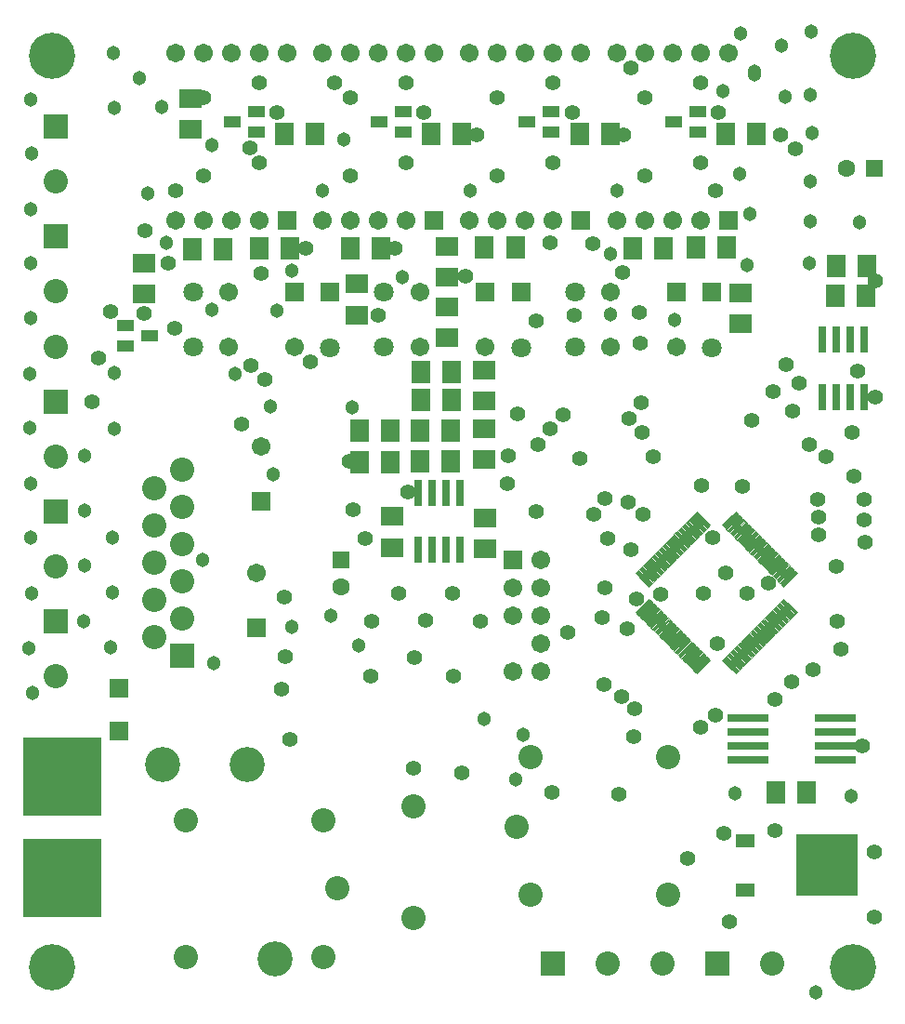
<source format=gts>
%FSLAX43Y43*%
%MOMM*%
G71*
G01*
G75*
%ADD10C,0.300*%
%ADD11C,0.075*%
%ADD12R,0.600X2.200*%
%ADD13R,0.600X2.200*%
%ADD14R,1.800X1.600*%
%ADD15R,1.600X1.800*%
%ADD16R,1.300X0.850*%
%ADD17R,3.500X0.600*%
%ADD18R,1.600X1.000*%
%ADD19R,5.400X5.500*%
%ADD20C,0.254*%
%ADD21C,0.250*%
%ADD22C,0.400*%
%ADD23C,0.500*%
%ADD24C,2.000*%
%ADD25C,1.000*%
%ADD26C,0.600*%
%ADD27C,0.700*%
%ADD28C,1.500*%
%ADD29C,4.000*%
%ADD30C,0.800*%
%ADD31C,2.000*%
%ADD32R,2.000X2.000*%
%ADD33C,1.500*%
%ADD34R,1.500X1.500*%
%ADD35R,1.600X1.600*%
%ADD36C,1.600*%
%ADD37C,4.000*%
%ADD38R,7.000X7.000*%
%ADD39C,3.000*%
%ADD40C,1.500*%
%ADD41C,1.400*%
%ADD42R,1.400X1.400*%
%ADD43C,1.100*%
%ADD44C,1.200*%
%ADD45R,5.500X7.100*%
%ADD46R,1.000X1.600*%
%ADD47R,1.600X1.800*%
%ADD48R,0.850X1.300*%
%ADD49R,2.300X2.300*%
%ADD50R,0.803X2.403*%
%ADD51R,0.803X2.403*%
%ADD52R,2.003X1.803*%
%ADD53R,1.803X2.003*%
%ADD54R,1.503X1.053*%
%ADD55R,3.703X0.803*%
%ADD56R,1.803X1.203*%
%ADD57R,5.603X5.703*%
%ADD58C,2.203*%
%ADD59R,2.203X2.203*%
%ADD60C,1.703*%
%ADD61R,1.703X1.703*%
%ADD62R,1.803X1.803*%
%ADD63C,1.803*%
%ADD64C,4.203*%
%ADD65R,7.203X7.203*%
%ADD66C,3.203*%
%ADD67C,1.703*%
%ADD68C,1.603*%
%ADD69R,1.603X1.603*%
%ADD70C,1.303*%
%ADD71C,1.403*%
D11*
X66471Y44265D02*
X66773Y43962D01*
X65551Y42740D01*
X65249Y43043D01*
X66471Y44265D01*
Y44177D02*
X66685Y43962D01*
X65551Y42828D01*
X65337Y43043D01*
X66471Y44177D01*
Y44088D02*
X66597Y43962D01*
X65551Y42917D01*
X65425Y43043D01*
X66471Y44088D01*
Y44000D02*
X66508Y43962D01*
X65551Y43005D01*
X65514Y43043D01*
X66471Y44000D01*
X66436Y43946D02*
X65586Y43059D01*
X66824Y43911D02*
X67127Y43609D01*
X65905Y42387D01*
X65602Y42689D01*
X66824Y43911D01*
Y43823D02*
X67039Y43609D01*
X65905Y42475D01*
X65690Y42689D01*
X66824Y43823D01*
Y43735D02*
X66950Y43609D01*
X65905Y42563D01*
X65779Y42689D01*
X66824Y43735D01*
Y43646D02*
X66862Y43609D01*
X65905Y42652D01*
X65867Y42689D01*
X66824Y43646D01*
X66790Y43592D02*
X65939Y42706D01*
X67531Y43204D02*
X67834Y42901D01*
X66612Y41679D01*
X66309Y41982D01*
X67531Y43204D01*
Y43116D02*
X67746Y42901D01*
X66612Y41768D01*
X66398Y41982D01*
X67531Y43116D01*
Y43027D02*
X67657Y42901D01*
X66612Y41856D01*
X66486Y41982D01*
X67531Y43027D01*
Y42939D02*
X67569Y42901D01*
X66612Y41945D01*
X66574Y41982D01*
X67531Y42939D01*
X67497Y42885D02*
X66646Y41999D01*
X62389Y42689D02*
X62087Y42387D01*
X60865Y43609D01*
X61167Y43911D01*
X62389Y42689D01*
X62301D02*
X62087Y42475D01*
X60953Y43609D01*
X61167Y43823D01*
X62301Y42689D01*
X62213D02*
X62087Y42563D01*
X61041Y43609D01*
X61167Y43735D01*
X62213Y42689D01*
X62124D02*
X62087Y42652D01*
X61130Y43609D01*
X61167Y43646D01*
X62124Y42689D01*
X62070Y42724D02*
X61184Y43574D01*
X62743Y43043D02*
X62440Y42740D01*
X61218Y43962D01*
X61521Y44265D01*
X62743Y43043D01*
X62655D02*
X62440Y42829D01*
X61306Y43962D01*
X61521Y44177D01*
X62655Y43043D01*
X62566D02*
X62440Y42917D01*
X61395Y43962D01*
X61521Y44088D01*
X62566Y43043D01*
X62478D02*
X62440Y43005D01*
X61483Y43962D01*
X61521Y44000D01*
X62478Y43043D01*
X62424Y43077D02*
X61537Y43928D01*
X63096Y43396D02*
X62794Y43094D01*
X61572Y44316D01*
X61874Y44618D01*
X63096Y43396D01*
X63008D02*
X62794Y43182D01*
X61660Y44316D01*
X61874Y44530D01*
X63008Y43396D01*
X62920D02*
X62794Y43270D01*
X61748Y44316D01*
X61874Y44442D01*
X62920Y43396D01*
X62831D02*
X62794Y43359D01*
X61837Y44316D01*
X61874Y44353D01*
X62831Y43396D01*
X62777Y43431D02*
X61891Y44281D01*
X70006Y40729D02*
X70309Y40427D01*
X69087Y39205D01*
X68784Y39507D01*
X70006Y40729D01*
Y40641D02*
X70221Y40427D01*
X69087Y39293D01*
X68872Y39507D01*
X70006Y40641D01*
Y40553D02*
X70132Y40427D01*
X69087Y39381D01*
X68961Y39507D01*
X70006Y40553D01*
Y40464D02*
X70044Y40427D01*
X69087Y39470D01*
X69049Y39507D01*
X70006Y40464D01*
X69972Y40410D02*
X69121Y39524D01*
X70662Y35123D02*
X70360Y34820D01*
X69138Y36043D01*
X69440Y36345D01*
X70662Y35123D01*
X70574D02*
X70360Y34909D01*
X69226Y36043D01*
X69440Y36257D01*
X70574Y35123D01*
X70486D02*
X70360Y34997D01*
X69314Y36043D01*
X69440Y36169D01*
X70486Y35123D01*
X70397D02*
X70360Y35086D01*
X69403Y36043D01*
X69440Y36080D01*
X70397Y35123D01*
X70343Y35158D02*
X69457Y36008D01*
X71370Y35830D02*
X71067Y35528D01*
X69845Y36750D01*
X70148Y37052D01*
X71370Y35830D01*
X71281D02*
X71067Y35616D01*
X69933Y36750D01*
X70148Y36964D01*
X71281Y35830D01*
X71193D02*
X71067Y35704D01*
X70021Y36750D01*
X70148Y36876D01*
X71193Y35830D01*
X71104D02*
X71067Y35793D01*
X70110Y36750D01*
X70148Y36787D01*
X71104Y35830D01*
X71050Y35865D02*
X70164Y36715D01*
X71067Y39669D02*
X71370Y39366D01*
X70148Y38144D01*
X69845Y38447D01*
X71067Y39669D01*
Y39580D02*
X71281Y39366D01*
X70148Y38232D01*
X69933Y38447D01*
X71067Y39580D01*
Y39492D02*
X71193Y39366D01*
X70148Y38321D01*
X70022Y38447D01*
X71067Y39492D01*
Y39404D02*
X71104Y39366D01*
X70148Y38409D01*
X70110Y38447D01*
X71067Y39404D01*
X71032Y39350D02*
X70182Y38463D01*
X58551Y36345D02*
X58854Y36043D01*
X57632Y34820D01*
X57329Y35123D01*
X58551Y36345D01*
Y36257D02*
X58765Y36043D01*
X57632Y34909D01*
X57417Y35123D01*
X58551Y36257D01*
Y36169D02*
X58677Y36043D01*
X57632Y34997D01*
X57506Y35123D01*
X58551Y36169D01*
Y36080D02*
X58589Y36043D01*
X57632Y35086D01*
X57594Y35123D01*
X58551Y36080D01*
X58517Y36026D02*
X57666Y35140D01*
X58905Y35992D02*
X59207Y35689D01*
X57985Y34467D01*
X57683Y34770D01*
X58905Y35992D01*
Y35903D02*
X59119Y35689D01*
X57985Y34555D01*
X57771Y34770D01*
X58905Y35903D01*
Y35815D02*
X59031Y35689D01*
X57985Y34644D01*
X57859Y34770D01*
X58905Y35815D01*
Y35727D02*
X58942Y35689D01*
X57985Y34732D01*
X57948Y34770D01*
X58905Y35727D01*
X58870Y35673D02*
X58020Y34786D01*
X59258Y35638D02*
X59561Y35335D01*
X58339Y34113D01*
X58036Y34416D01*
X59258Y35638D01*
Y35550D02*
X59473Y35335D01*
X58339Y34202D01*
X58124Y34416D01*
X59258Y35550D01*
Y35461D02*
X59384Y35335D01*
X58339Y34290D01*
X58213Y34416D01*
X59258Y35461D01*
Y35373D02*
X59296Y35335D01*
X58339Y34379D01*
X58301Y34416D01*
X59258Y35373D01*
X59224Y35319D02*
X58373Y34433D01*
X59612Y35285D02*
X59914Y34982D01*
X58692Y33760D01*
X58390Y34063D01*
X59612Y35285D01*
Y35196D02*
X59826Y34982D01*
X58692Y33848D01*
X58478Y34063D01*
X59612Y35196D01*
Y35108D02*
X59738Y34982D01*
X58692Y33937D01*
X58566Y34063D01*
X59612Y35108D01*
Y35019D02*
X59649Y34982D01*
X58692Y34025D01*
X58655Y34063D01*
X59612Y35019D01*
X59577Y34965D02*
X58727Y34079D01*
X60672Y34224D02*
X60975Y33921D01*
X59753Y32699D01*
X59450Y33002D01*
X60672Y34224D01*
Y34136D02*
X60887Y33921D01*
X59753Y32788D01*
X59539Y33002D01*
X60672Y34136D01*
Y34047D02*
X60798Y33921D01*
X59753Y32876D01*
X59627Y33002D01*
X60672Y34047D01*
Y33959D02*
X60710Y33921D01*
X59753Y32964D01*
X59715Y33002D01*
X60672Y33959D01*
X60638Y33905D02*
X59787Y33018D01*
X61026Y33870D02*
X61329Y33568D01*
X60107Y32346D01*
X59804Y32648D01*
X61026Y33870D01*
Y33782D02*
X61240Y33568D01*
X60107Y32434D01*
X59892Y32648D01*
X61026Y33782D01*
Y33694D02*
X61152Y33568D01*
X60107Y32522D01*
X59981Y32648D01*
X61026Y33694D01*
Y33605D02*
X61063Y33568D01*
X60107Y32611D01*
X60069Y32648D01*
X61026Y33605D01*
X60992Y33551D02*
X60141Y32665D01*
X61379Y33517D02*
X61682Y33214D01*
X60460Y31992D01*
X60157Y32295D01*
X61379Y33517D01*
Y33428D02*
X61594Y33214D01*
X60460Y32080D01*
X60246Y32295D01*
X61379Y33428D01*
Y33340D02*
X61505Y33214D01*
X60460Y32169D01*
X60334Y32295D01*
X61379Y33340D01*
Y33252D02*
X61417Y33214D01*
X60460Y32257D01*
X60423Y32295D01*
X61379Y33252D01*
X61345Y33198D02*
X60495Y32311D01*
X61733Y33163D02*
X62036Y32861D01*
X60814Y31639D01*
X60511Y31941D01*
X61733Y33163D01*
Y33075D02*
X61947Y32861D01*
X60814Y31727D01*
X60599Y31941D01*
X61733Y33075D01*
Y32987D02*
X61859Y32861D01*
X60814Y31815D01*
X60688Y31941D01*
X61733Y32987D01*
Y32898D02*
X61771Y32861D01*
X60814Y31904D01*
X60776Y31941D01*
X61733Y32898D01*
X61699Y32844D02*
X60848Y31958D01*
X62440Y32456D02*
X62743Y32153D01*
X61521Y30931D01*
X61218Y31234D01*
X62440Y32456D01*
Y32368D02*
X62655Y32153D01*
X61521Y31020D01*
X61306Y31234D01*
X62440Y32368D01*
Y32279D02*
X62566Y32153D01*
X61521Y31108D01*
X61395Y31234D01*
X62440Y32279D01*
Y32191D02*
X62478Y32153D01*
X61521Y31197D01*
X61483Y31234D01*
X62440Y32191D01*
X62406Y32137D02*
X61555Y31251D01*
X62794Y32103D02*
X63096Y31800D01*
X61874Y30578D01*
X61572Y30881D01*
X62794Y32103D01*
Y32014D02*
X63008Y31800D01*
X61874Y30666D01*
X61660Y30881D01*
X62794Y32014D01*
Y31926D02*
X62920Y31800D01*
X61874Y30755D01*
X61748Y30881D01*
X62794Y31926D01*
Y31838D02*
X62831Y31800D01*
X61874Y30843D01*
X61837Y30881D01*
X62794Y31838D01*
X62759Y31784D02*
X61909Y30897D01*
X63147Y31749D02*
X63450Y31446D01*
X62228Y30224D01*
X61925Y30527D01*
X63147Y31749D01*
Y31661D02*
X63362Y31446D01*
X62228Y30313D01*
X62013Y30527D01*
X63147Y31661D01*
Y31572D02*
X63273Y31446D01*
X62228Y30401D01*
X62102Y30527D01*
X63147Y31572D01*
Y31484D02*
X63185Y31446D01*
X62228Y30490D01*
X62190Y30527D01*
X63147Y31484D01*
X63113Y31430D02*
X62262Y30544D01*
X63450Y43750D02*
X63147Y43447D01*
X61925Y44669D01*
X62228Y44972D01*
X63450Y43750D01*
X63362D02*
X63147Y43536D01*
X62014Y44669D01*
X62228Y44884D01*
X63362Y43750D01*
X63273D02*
X63147Y43624D01*
X62102Y44669D01*
X62228Y44795D01*
X63273Y43750D01*
X63185D02*
X63147Y43712D01*
X62190Y44669D01*
X62228Y44707D01*
X63185Y43750D01*
X63131Y43784D02*
X62244Y44635D01*
X62036Y42336D02*
X61733Y42033D01*
X60511Y43255D01*
X60814Y43558D01*
X62036Y42336D01*
X61947D02*
X61733Y42121D01*
X60599Y43255D01*
X60814Y43469D01*
X61947Y42336D01*
X61859D02*
X61733Y42210D01*
X60688Y43255D01*
X60814Y43381D01*
X61859Y42336D01*
X61771D02*
X61733Y42298D01*
X60776Y43255D01*
X60814Y43293D01*
X61771Y42336D01*
X61717Y42370D02*
X60830Y43221D01*
X61682Y41982D02*
X61379Y41679D01*
X60157Y42901D01*
X60460Y43204D01*
X61682Y41982D01*
X61594D02*
X61379Y41768D01*
X60246Y42901D01*
X60460Y43116D01*
X61594Y41982D01*
X61505D02*
X61379Y41856D01*
X60334Y42901D01*
X60460Y43027D01*
X61505Y41982D01*
X61417D02*
X61379Y41945D01*
X60423Y42901D01*
X60460Y42939D01*
X61417Y41982D01*
X61363Y42017D02*
X60477Y42867D01*
X61329Y41629D02*
X61026Y41326D01*
X59804Y42548D01*
X60107Y42851D01*
X61329Y41629D01*
X61240D02*
X61026Y41414D01*
X59892Y42548D01*
X60107Y42762D01*
X61240Y41629D01*
X61152D02*
X61026Y41503D01*
X59981Y42548D01*
X60107Y42674D01*
X61152Y41629D01*
X61063D02*
X61026Y41591D01*
X60069Y42548D01*
X60107Y42586D01*
X61063Y41629D01*
X61009Y41663D02*
X60123Y42514D01*
X60975Y41275D02*
X60672Y40972D01*
X59450Y42194D01*
X59753Y42497D01*
X60975Y41275D01*
X60887D02*
X60672Y41061D01*
X59539Y42194D01*
X59753Y42409D01*
X60887Y41275D01*
X60798D02*
X60672Y41149D01*
X59627Y42194D01*
X59753Y42320D01*
X60798Y41275D01*
X60710D02*
X60672Y41237D01*
X59715Y42194D01*
X59753Y42232D01*
X60710Y41275D01*
X60656Y41309D02*
X59769Y42160D01*
X60622Y40922D02*
X60319Y40619D01*
X59097Y41841D01*
X59400Y42144D01*
X60622Y40922D01*
X60533D02*
X60319Y40707D01*
X59185Y41841D01*
X59400Y42055D01*
X60533Y40922D01*
X60445D02*
X60319Y40796D01*
X59274Y41841D01*
X59400Y41967D01*
X60445Y40922D01*
X60356D02*
X60319Y40884D01*
X59362Y41841D01*
X59400Y41878D01*
X60356Y40922D01*
X60302Y40956D02*
X59416Y41806D01*
X60268Y40568D02*
X59965Y40265D01*
X58743Y41487D01*
X59046Y41790D01*
X60268Y40568D01*
X60180D02*
X59965Y40354D01*
X58832Y41487D01*
X59046Y41702D01*
X60180Y40568D01*
X60091D02*
X59965Y40442D01*
X58920Y41487D01*
X59046Y41613D01*
X60091Y40568D01*
X60003D02*
X59965Y40530D01*
X59008Y41487D01*
X59046Y41525D01*
X60003Y40568D01*
X59949Y40602D02*
X59062Y41453D01*
X59914Y40214D02*
X59612Y39912D01*
X58390Y41134D01*
X58692Y41436D01*
X59914Y40214D01*
X59826D02*
X59612Y40000D01*
X58478Y41134D01*
X58692Y41348D01*
X59826Y40214D01*
X59738D02*
X59612Y40088D01*
X58566Y41134D01*
X58692Y41260D01*
X59738Y40214D01*
X59649D02*
X59612Y40177D01*
X58655Y41134D01*
X58692Y41171D01*
X59649Y40214D01*
X59595Y40249D02*
X58709Y41099D01*
X59561Y39861D02*
X59258Y39558D01*
X58036Y40780D01*
X58339Y41083D01*
X59561Y39861D01*
X59473D02*
X59258Y39646D01*
X58124Y40780D01*
X58339Y40995D01*
X59473Y39861D01*
X59384D02*
X59258Y39735D01*
X58213Y40780D01*
X58339Y40906D01*
X59384Y39861D01*
X59296D02*
X59258Y39823D01*
X58301Y40780D01*
X58339Y40818D01*
X59296Y39861D01*
X59242Y39895D02*
X58355Y40746D01*
X59207Y39507D02*
X58905Y39205D01*
X57683Y40427D01*
X57985Y40729D01*
X59207Y39507D01*
X59119D02*
X58905Y39293D01*
X57771Y40427D01*
X57985Y40641D01*
X59119Y39507D01*
X59031D02*
X58905Y39381D01*
X57859Y40427D01*
X57985Y40553D01*
X59031Y39507D01*
X58942D02*
X58905Y39470D01*
X57948Y40427D01*
X57985Y40464D01*
X58942Y39507D01*
X58888Y39542D02*
X58002Y40392D01*
X58500Y38800D02*
X58197Y38498D01*
X56975Y39720D01*
X57278Y40022D01*
X58500Y38800D01*
X58412D02*
X58197Y38586D01*
X57064Y39720D01*
X57278Y39934D01*
X58412Y38800D01*
X58323D02*
X58197Y38674D01*
X57152Y39720D01*
X57278Y39846D01*
X58323Y38800D01*
X58235D02*
X58197Y38763D01*
X57241Y39720D01*
X57278Y39757D01*
X58235Y38800D01*
X58181Y38835D02*
X57295Y39685D01*
X58147Y38447D02*
X57844Y38144D01*
X56622Y39366D01*
X56925Y39669D01*
X58147Y38447D01*
X58058D02*
X57844Y38232D01*
X56710Y39366D01*
X56925Y39580D01*
X58058Y38447D01*
X57970D02*
X57844Y38321D01*
X56799Y39366D01*
X56925Y39492D01*
X57970Y38447D01*
X57882D02*
X57844Y38409D01*
X56887Y39366D01*
X56925Y39404D01*
X57882Y38447D01*
X57828Y38481D02*
X56941Y39332D01*
X65763Y44972D02*
X66066Y44669D01*
X64844Y43447D01*
X64541Y43750D01*
X65763Y44972D01*
Y44884D02*
X65978Y44669D01*
X64844Y43536D01*
X64630Y43750D01*
X65763Y44884D01*
Y44795D02*
X65890Y44669D01*
X64844Y43624D01*
X64718Y43750D01*
X65763Y44795D01*
Y44707D02*
X65801Y44669D01*
X64844Y43712D01*
X64807Y43750D01*
X65763Y44707D01*
X65729Y44653D02*
X64879Y43766D01*
X66117Y44618D02*
X66420Y44316D01*
X65198Y43094D01*
X64895Y43396D01*
X66117Y44618D01*
Y44530D02*
X66331Y44316D01*
X65198Y43182D01*
X64983Y43396D01*
X66117Y44530D01*
Y44442D02*
X66243Y44316D01*
X65198Y43270D01*
X65072Y43396D01*
X66117Y44442D01*
Y44353D02*
X66155Y44316D01*
X65198Y43359D01*
X65160Y43396D01*
X66117Y44353D01*
X66083Y44299D02*
X65232Y43413D01*
X67178Y43558D02*
X67481Y43255D01*
X66258Y42033D01*
X65956Y42336D01*
X67178Y43558D01*
Y43469D02*
X67392Y43255D01*
X66258Y42121D01*
X66044Y42336D01*
X67178Y43469D01*
Y43381D02*
X67304Y43255D01*
X66258Y42210D01*
X66132Y42336D01*
X67178Y43381D01*
Y43293D02*
X67215Y43255D01*
X66258Y42298D01*
X66221Y42336D01*
X67178Y43293D01*
X67143Y43239D02*
X66293Y42352D01*
X67885Y42851D02*
X68188Y42548D01*
X66966Y41326D01*
X66663Y41629D01*
X67885Y42851D01*
Y42762D02*
X68099Y42548D01*
X66966Y41414D01*
X66751Y41629D01*
X67885Y42762D01*
Y42674D02*
X68011Y42548D01*
X66966Y41503D01*
X66840Y41629D01*
X67885Y42674D01*
Y42586D02*
X67922Y42548D01*
X66966Y41591D01*
X66928Y41629D01*
X67885Y42586D01*
X67850Y42532D02*
X67000Y41645D01*
X68238Y42497D02*
X68541Y42194D01*
X67319Y40972D01*
X67016Y41275D01*
X68238Y42497D01*
Y42409D02*
X68453Y42194D01*
X67319Y41061D01*
X67105Y41275D01*
X68238Y42409D01*
Y42320D02*
X68364Y42194D01*
X67319Y41149D01*
X67193Y41275D01*
X68238Y42320D01*
Y42232D02*
X68276Y42194D01*
X67319Y41238D01*
X67281Y41275D01*
X68238Y42232D01*
X68204Y42178D02*
X67353Y41292D01*
X68592Y42144D02*
X68895Y41841D01*
X67673Y40619D01*
X67370Y40922D01*
X68592Y42144D01*
Y42055D02*
X68806Y41841D01*
X67673Y40707D01*
X67458Y40922D01*
X68592Y42055D01*
Y41967D02*
X68718Y41841D01*
X67673Y40796D01*
X67547Y40922D01*
X68592Y41967D01*
Y41878D02*
X68630Y41841D01*
X67673Y40884D01*
X67635Y40922D01*
X68592Y41878D01*
X68558Y41824D02*
X67707Y40938D01*
X70360Y40376D02*
X70662Y40073D01*
X69440Y38851D01*
X69138Y39154D01*
X70360Y40376D01*
Y40287D02*
X70574Y40073D01*
X69440Y38939D01*
X69226Y39154D01*
X70360Y40287D01*
Y40199D02*
X70486Y40073D01*
X69440Y39028D01*
X69314Y39154D01*
X70360Y40199D01*
Y40111D02*
X70397Y40073D01*
X69440Y39116D01*
X69403Y39154D01*
X70360Y40111D01*
X70325Y40057D02*
X69475Y39170D01*
X70713Y40022D02*
X71016Y39719D01*
X69794Y38497D01*
X69491Y38800D01*
X70713Y40022D01*
Y39934D02*
X70928Y39719D01*
X69794Y38586D01*
X69580Y38800D01*
X70713Y39934D01*
Y39845D02*
X70839Y39719D01*
X69794Y38674D01*
X69668Y38800D01*
X70713Y39845D01*
Y39757D02*
X70751Y39719D01*
X69794Y38763D01*
X69756Y38800D01*
X70713Y39757D01*
X70679Y39703D02*
X69828Y38817D01*
X71016Y35477D02*
X70713Y35174D01*
X69491Y36396D01*
X69794Y36699D01*
X71016Y35477D01*
X70928D02*
X70713Y35262D01*
X69580Y36396D01*
X69794Y36610D01*
X70928Y35477D01*
X70839D02*
X70713Y35351D01*
X69668Y36396D01*
X69794Y36522D01*
X70839Y35477D01*
X70751D02*
X70713Y35439D01*
X69756Y36396D01*
X69794Y36434D01*
X70751Y35477D01*
X70697Y35511D02*
X69810Y36362D01*
X70309Y34770D02*
X70006Y34467D01*
X68784Y35689D01*
X69087Y35992D01*
X70309Y34770D01*
X70221D02*
X70006Y34555D01*
X68873Y35689D01*
X69087Y35903D01*
X70221Y34770D01*
X70132D02*
X70006Y34644D01*
X68961Y35689D01*
X69087Y35815D01*
X70132Y34770D01*
X70044D02*
X70006Y34732D01*
X69049Y35689D01*
X69087Y35727D01*
X70044Y34770D01*
X69990Y34804D02*
X69103Y35655D01*
X69955Y34416D02*
X69653Y34113D01*
X68431Y35335D01*
X68733Y35638D01*
X69955Y34416D01*
X69867D02*
X69653Y34202D01*
X68519Y35335D01*
X68733Y35550D01*
X69867Y34416D01*
X69779D02*
X69653Y34290D01*
X68607Y35335D01*
X68733Y35461D01*
X69779Y34416D01*
X69690D02*
X69653Y34379D01*
X68696Y35335D01*
X68733Y35373D01*
X69690Y34416D01*
X69636Y34451D02*
X68750Y35301D01*
X69602Y34063D02*
X69299Y33760D01*
X68077Y34982D01*
X68380Y35285D01*
X69602Y34063D01*
X69513D02*
X69299Y33848D01*
X68165Y34982D01*
X68380Y35196D01*
X69513Y34063D01*
X69425D02*
X69299Y33937D01*
X68254Y34982D01*
X68380Y35108D01*
X69425Y34063D01*
X69337D02*
X69299Y34025D01*
X68342Y34982D01*
X68380Y35020D01*
X69337Y34063D01*
X69283Y34097D02*
X68396Y34948D01*
X69248Y33709D02*
X68945Y33406D01*
X67723Y34628D01*
X68026Y34931D01*
X69248Y33709D01*
X69160D02*
X68945Y33495D01*
X67812Y34628D01*
X68026Y34843D01*
X69160Y33709D01*
X69071D02*
X68945Y33583D01*
X67900Y34628D01*
X68026Y34754D01*
X69071Y33709D01*
X68983D02*
X68945Y33671D01*
X67989Y34628D01*
X68026Y34666D01*
X68983Y33709D01*
X68929Y33743D02*
X68043Y34594D01*
X68895Y33356D02*
X68592Y33053D01*
X67370Y34275D01*
X67673Y34578D01*
X68895Y33356D01*
X68806D02*
X68592Y33141D01*
X67458Y34275D01*
X67673Y34489D01*
X68806Y33356D01*
X68718D02*
X68592Y33230D01*
X67547Y34275D01*
X67673Y34401D01*
X68718Y33356D01*
X68630D02*
X68592Y33318D01*
X67635Y34275D01*
X67673Y34312D01*
X68630Y33356D01*
X68576Y33390D02*
X67689Y34240D01*
X68541Y33002D02*
X68238Y32699D01*
X67016Y33921D01*
X67319Y34224D01*
X68541Y33002D01*
X68453D02*
X68238Y32788D01*
X67105Y33921D01*
X67319Y34136D01*
X68453Y33002D01*
X68364D02*
X68238Y32876D01*
X67193Y33921D01*
X67319Y34047D01*
X68364Y33002D01*
X68276D02*
X68238Y32964D01*
X67282Y33921D01*
X67319Y33959D01*
X68276Y33002D01*
X68222Y33036D02*
X67336Y33887D01*
X67834Y32295D02*
X67531Y31992D01*
X66309Y33214D01*
X66612Y33517D01*
X67834Y32295D01*
X67746D02*
X67531Y32080D01*
X66398Y33214D01*
X66612Y33428D01*
X67746Y32295D01*
X67657D02*
X67531Y32169D01*
X66486Y33214D01*
X66612Y33340D01*
X67657Y32295D01*
X67569D02*
X67531Y32257D01*
X66574Y33214D01*
X66612Y33252D01*
X67569Y32295D01*
X67515Y32329D02*
X66628Y33180D01*
X67480Y31941D02*
X67178Y31639D01*
X65956Y32861D01*
X66258Y33163D01*
X67480Y31941D01*
X67392D02*
X67178Y31727D01*
X66044Y32861D01*
X66258Y33075D01*
X67392Y31941D01*
X67304D02*
X67178Y31815D01*
X66132Y32861D01*
X66258Y32987D01*
X67304Y31941D01*
X67215D02*
X67178Y31904D01*
X66221Y32861D01*
X66258Y32898D01*
X67215Y31941D01*
X67161Y31976D02*
X66275Y32826D01*
X67127Y31588D02*
X66824Y31285D01*
X65602Y32507D01*
X65905Y32810D01*
X67127Y31588D01*
X67039D02*
X66824Y31373D01*
X65691Y32507D01*
X65905Y32721D01*
X67039Y31588D01*
X66950D02*
X66824Y31462D01*
X65779Y32507D01*
X65905Y32633D01*
X66950Y31588D01*
X66862D02*
X66824Y31550D01*
X65867Y32507D01*
X65905Y32545D01*
X66862Y31588D01*
X66808Y31622D02*
X65921Y32473D01*
X66773Y31234D02*
X66471Y30931D01*
X65249Y32153D01*
X65551Y32456D01*
X66773Y31234D01*
X66685D02*
X66471Y31020D01*
X65337Y32153D01*
X65551Y32368D01*
X66685Y31234D01*
X66597D02*
X66471Y31108D01*
X65425Y32153D01*
X65551Y32279D01*
X66597Y31234D01*
X66508D02*
X66471Y31197D01*
X65514Y32153D01*
X65551Y32191D01*
X66508Y31234D01*
X66454Y31269D02*
X65568Y32119D01*
X66420Y30881D02*
X66117Y30578D01*
X64895Y31800D01*
X65198Y32103D01*
X66420Y30881D01*
X66331D02*
X66117Y30666D01*
X64983Y31800D01*
X65198Y32014D01*
X66331Y30881D01*
X66243D02*
X66117Y30755D01*
X65072Y31800D01*
X65198Y31926D01*
X66243Y30881D01*
X66155D02*
X66117Y30843D01*
X65160Y31800D01*
X65198Y31837D01*
X66155Y30881D01*
X66101Y30915D02*
X65214Y31766D01*
X66066Y30527D02*
X65763Y30224D01*
X64541Y31446D01*
X64844Y31749D01*
X66066Y30527D01*
X65978D02*
X65763Y30313D01*
X64630Y31446D01*
X64844Y31661D01*
X65978Y30527D01*
X65889D02*
X65763Y30401D01*
X64718Y31446D01*
X64844Y31572D01*
X65889Y30527D01*
X65801D02*
X65763Y30490D01*
X64807Y31446D01*
X64844Y31484D01*
X65801Y30527D01*
X65747Y30562D02*
X64861Y31412D01*
X69653Y41083D02*
X69955Y40780D01*
X68733Y39558D01*
X68431Y39861D01*
X69653Y41083D01*
Y40995D02*
X69867Y40780D01*
X68733Y39646D01*
X68519Y39861D01*
X69653Y40995D01*
Y40906D02*
X69779Y40780D01*
X68733Y39735D01*
X68607Y39861D01*
X69653Y40906D01*
Y40818D02*
X69690Y40780D01*
X68733Y39823D01*
X68696Y39861D01*
X69653Y40818D01*
X69618Y40764D02*
X68768Y39877D01*
X69299Y41436D02*
X69602Y41134D01*
X68380Y39912D01*
X68077Y40214D01*
X69299Y41436D01*
Y41348D02*
X69513Y41134D01*
X68380Y40000D01*
X68165Y40214D01*
X69299Y41348D01*
Y41260D02*
X69425Y41134D01*
X68380Y40088D01*
X68254Y40214D01*
X69299Y41260D01*
Y41171D02*
X69337Y41134D01*
X68380Y40177D01*
X68342Y40214D01*
X69299Y41171D01*
X69265Y41117D02*
X68414Y40231D01*
X68945Y41790D02*
X69248Y41487D01*
X68026Y40265D01*
X67723Y40568D01*
X68945Y41790D01*
Y41702D02*
X69160Y41487D01*
X68026Y40354D01*
X67812Y40568D01*
X68945Y41702D01*
Y41613D02*
X69071Y41487D01*
X68026Y40442D01*
X67900Y40568D01*
X68945Y41613D01*
Y41525D02*
X68983Y41487D01*
X68026Y40530D01*
X67989Y40568D01*
X68945Y41525D01*
X68911Y41471D02*
X68061Y40584D01*
X62087Y32810D02*
X62389Y32507D01*
X61167Y31285D01*
X60865Y31588D01*
X62087Y32810D01*
Y32721D02*
X62301Y32507D01*
X61167Y31373D01*
X60953Y31588D01*
X62087Y32721D01*
Y32633D02*
X62213Y32507D01*
X61167Y31462D01*
X61041Y31588D01*
X62087Y32633D01*
Y32545D02*
X62124Y32507D01*
X61167Y31550D01*
X61130Y31588D01*
X62087Y32545D01*
X62052Y32491D02*
X61202Y31604D01*
X58854Y39154D02*
X58551Y38851D01*
X57329Y40073D01*
X57632Y40376D01*
X58854Y39154D01*
X58765D02*
X58551Y38939D01*
X57417Y40073D01*
X57632Y40287D01*
X58765Y39154D01*
X58677D02*
X58551Y39028D01*
X57506Y40073D01*
X57632Y40199D01*
X58677Y39154D01*
X58589D02*
X58551Y39116D01*
X57594Y40073D01*
X57632Y40111D01*
X58589Y39154D01*
X58535Y39188D02*
X57648Y40039D01*
X57844Y37052D02*
X58147Y36750D01*
X56925Y35528D01*
X56622Y35830D01*
X57844Y37052D01*
Y36964D02*
X58058Y36750D01*
X56925Y35616D01*
X56710Y35830D01*
X57844Y36964D01*
Y36876D02*
X57970Y36750D01*
X56925Y35704D01*
X56799Y35830D01*
X57844Y36876D01*
Y36787D02*
X57882Y36750D01*
X56925Y35793D01*
X56887Y35830D01*
X57844Y36787D01*
X57810Y36733D02*
X56959Y35847D01*
X58197Y36699D02*
X58500Y36396D01*
X57278Y35174D01*
X56975Y35477D01*
X58197Y36699D01*
Y36610D02*
X58412Y36396D01*
X57278Y35262D01*
X57064Y35477D01*
X58197Y36610D01*
Y36522D02*
X58323Y36396D01*
X57278Y35351D01*
X57152Y35477D01*
X58197Y36522D01*
Y36434D02*
X58235Y36396D01*
X57278Y35439D01*
X57241Y35477D01*
X58197Y36434D01*
X58163Y36380D02*
X57313Y35493D01*
X59965Y34931D02*
X60268Y34628D01*
X59046Y33406D01*
X58743Y33709D01*
X59965Y34931D01*
Y34843D02*
X60180Y34628D01*
X59046Y33495D01*
X58832Y33709D01*
X59965Y34843D01*
Y34754D02*
X60091Y34628D01*
X59046Y33583D01*
X58920Y33709D01*
X59965Y34754D01*
Y34666D02*
X60003Y34628D01*
X59046Y33671D01*
X59008Y33709D01*
X59965Y34666D01*
X59931Y34612D02*
X59080Y33725D01*
X60319Y34577D02*
X60621Y34275D01*
X59399Y33053D01*
X59097Y33355D01*
X60319Y34577D01*
Y34489D02*
X60533Y34275D01*
X59399Y33141D01*
X59185Y33355D01*
X60319Y34489D01*
Y34401D02*
X60445Y34275D01*
X59399Y33229D01*
X59273Y33355D01*
X60319Y34401D01*
Y34312D02*
X60356Y34275D01*
X59399Y33318D01*
X59362Y33355D01*
X60319Y34312D01*
X60284Y34258D02*
X59434Y33372D01*
X68188Y32648D02*
X67885Y32346D01*
X66663Y33568D01*
X66966Y33870D01*
X68188Y32648D01*
X68099D02*
X67885Y32434D01*
X66751Y33568D01*
X66966Y33782D01*
X68099Y32648D01*
X68011D02*
X67885Y32522D01*
X66840Y33568D01*
X66966Y33694D01*
X68011Y32648D01*
X67922D02*
X67885Y32611D01*
X66928Y33568D01*
X66966Y33605D01*
X67922Y32648D01*
X67868Y32683D02*
X66982Y33533D01*
D50*
X77505Y60600D02*
D03*
X36871Y41482D02*
D03*
Y46682D02*
D03*
D51*
X73695Y55400D02*
D03*
X74965Y55400D02*
D03*
X76235D02*
D03*
X77505Y55400D02*
D03*
X73695Y60600D02*
D03*
X74965Y60600D02*
D03*
X76235D02*
D03*
X38141Y41482D02*
D03*
X39411D02*
D03*
X40681D02*
D03*
X39411Y46682D02*
D03*
X38141D02*
D03*
X40681D02*
D03*
D52*
X66180Y62080D02*
D03*
X42880Y57880D02*
D03*
X42880Y55080D02*
D03*
X34493Y44512D02*
D03*
X34493Y41712D02*
D03*
X16080Y82580D02*
D03*
X42867Y49705D02*
D03*
X42867Y52505D02*
D03*
X39480Y66280D02*
D03*
X39480Y69080D02*
D03*
X31280Y65680D02*
D03*
X11880Y64780D02*
D03*
Y67580D02*
D03*
X39480Y63580D02*
D03*
X66180Y64880D02*
D03*
X42893Y41612D02*
D03*
X42893Y44412D02*
D03*
X31280Y62880D02*
D03*
X16080Y79780D02*
D03*
X39480Y60780D02*
D03*
D53*
X39839Y52317D02*
D03*
X37039D02*
D03*
X37086Y57699D02*
D03*
X39886Y57699D02*
D03*
X31486Y49499D02*
D03*
X34286Y49499D02*
D03*
X24626Y79330D02*
D03*
X27426Y79330D02*
D03*
X42886Y68999D02*
D03*
X45686Y68999D02*
D03*
X39813Y49512D02*
D03*
X37013D02*
D03*
X33486Y68899D02*
D03*
X30686Y68899D02*
D03*
X25186Y68899D02*
D03*
X22386Y68899D02*
D03*
X38026Y79330D02*
D03*
X40826Y79330D02*
D03*
X37086Y55099D02*
D03*
X39886Y55099D02*
D03*
X56386Y68899D02*
D03*
X59186Y68899D02*
D03*
X64961Y68986D02*
D03*
X51526Y79330D02*
D03*
X54326Y79330D02*
D03*
X31486Y52299D02*
D03*
X34286Y52299D02*
D03*
X67626Y79330D02*
D03*
X64826Y79330D02*
D03*
X19061Y68886D02*
D03*
X72261Y19386D02*
D03*
X69461Y19386D02*
D03*
X74896Y67298D02*
D03*
X77696Y67298D02*
D03*
X74846Y64600D02*
D03*
X77646D02*
D03*
X62161Y68986D02*
D03*
X16261Y68886D02*
D03*
D54*
X12372Y60991D02*
D03*
X10172Y61941D02*
D03*
X10172Y60041D02*
D03*
X22080Y81383D02*
D03*
X19880Y80433D02*
D03*
X22080Y79483D02*
D03*
X35480Y81383D02*
D03*
X33280Y80433D02*
D03*
X35480Y79483D02*
D03*
X48980Y81383D02*
D03*
X46780Y80433D02*
D03*
X48980Y79483D02*
D03*
X62280Y81383D02*
D03*
X60080Y80433D02*
D03*
X62280Y79483D02*
D03*
D55*
X66874Y22387D02*
D03*
X74874Y22387D02*
D03*
X74874Y23657D02*
D03*
Y24927D02*
D03*
X74874Y26197D02*
D03*
X66874Y23657D02*
D03*
X66874Y24927D02*
D03*
Y26197D02*
D03*
D56*
X66674Y10542D02*
D03*
X66674Y15042D02*
D03*
D57*
X74074Y12792D02*
D03*
D58*
X69100Y3800D02*
D03*
X3800Y74997D02*
D03*
X3799Y64999D02*
D03*
Y59999D02*
D03*
X3800Y49997D02*
D03*
X12804Y47120D02*
D03*
Y43720D02*
D03*
X15304Y42020D02*
D03*
X15304Y38620D02*
D03*
X15304Y48820D02*
D03*
Y35220D02*
D03*
X12804Y33520D02*
D03*
Y40320D02*
D03*
Y36920D02*
D03*
X15304Y45420D02*
D03*
X28204Y4390D02*
D03*
X29504Y10690D02*
D03*
X15704Y4390D02*
D03*
Y16890D02*
D03*
X3800Y29997D02*
D03*
Y39997D02*
D03*
X28204Y16890D02*
D03*
X47070Y10100D02*
D03*
X59570D02*
D03*
Y22600D02*
D03*
X45770Y16300D02*
D03*
X47070Y22600D02*
D03*
X59072Y3791D02*
D03*
X54072D02*
D03*
X36425Y18147D02*
D03*
X36425Y7947D02*
D03*
D59*
X64100Y3800D02*
D03*
X3800Y79997D02*
D03*
X3799Y69999D02*
D03*
X3800Y54997D02*
D03*
X15304Y31820D02*
D03*
X3800Y34997D02*
D03*
X3800Y44997D02*
D03*
X49072Y3791D02*
D03*
D60*
X24873Y86709D02*
D03*
X22333D02*
D03*
X17253Y86709D02*
D03*
X19793D02*
D03*
X14713Y71469D02*
D03*
X17253D02*
D03*
X19793D02*
D03*
X22333D02*
D03*
X14713Y86709D02*
D03*
X28121Y86709D02*
D03*
X35741Y71469D02*
D03*
X33201D02*
D03*
X30661D02*
D03*
X28121Y71469D02*
D03*
X33201Y86709D02*
D03*
X30661D02*
D03*
X35741Y86709D02*
D03*
X38281D02*
D03*
X41529Y86709D02*
D03*
X49149Y71469D02*
D03*
X46609D02*
D03*
X44069D02*
D03*
X41529D02*
D03*
X46609Y86709D02*
D03*
X44069Y86709D02*
D03*
X49149Y86709D02*
D03*
X51689D02*
D03*
X65097Y86709D02*
D03*
X62557D02*
D03*
X57477Y86709D02*
D03*
X60017D02*
D03*
X54937Y71469D02*
D03*
X57477D02*
D03*
X60017D02*
D03*
X62557D02*
D03*
X54937Y86709D02*
D03*
X25562Y59987D02*
D03*
X19562Y64987D02*
D03*
Y59987D02*
D03*
X42962D02*
D03*
X36962Y64987D02*
D03*
Y59987D02*
D03*
X60357Y59991D02*
D03*
X54357Y64991D02*
D03*
Y59991D02*
D03*
X22107Y39399D02*
D03*
X22489Y50890D02*
D03*
X45488Y38059D02*
D03*
X48028Y30439D02*
D03*
X45488Y35519D02*
D03*
D61*
X24873Y71469D02*
D03*
X38281Y71469D02*
D03*
X51689Y71469D02*
D03*
X65097Y71469D02*
D03*
X25562Y64987D02*
D03*
X42962D02*
D03*
X60357Y64991D02*
D03*
X9612Y28902D02*
D03*
Y25002D02*
D03*
X22107Y34399D02*
D03*
X22489Y45890D02*
D03*
X45488Y40599D02*
D03*
D62*
X28812Y64985D02*
D03*
X46212D02*
D03*
X63607Y64989D02*
D03*
D63*
X28812Y59905D02*
D03*
X16312Y64985D02*
D03*
Y59985D02*
D03*
X46212Y59905D02*
D03*
X33712Y64985D02*
D03*
X33712Y59985D02*
D03*
X63607Y59909D02*
D03*
X51107Y64989D02*
D03*
Y59989D02*
D03*
D64*
X3500Y3500D02*
D03*
X76500D02*
D03*
Y86500D02*
D03*
X3500D02*
D03*
D65*
X4403Y11606D02*
D03*
Y20806D02*
D03*
D66*
X13575Y21947D02*
D03*
X21225D02*
D03*
X23765Y4247D02*
D03*
D67*
X48028Y40599D02*
D03*
Y38059D02*
D03*
Y35519D02*
D03*
Y32979D02*
D03*
X45488Y30439D02*
D03*
D68*
X29792Y38089D02*
D03*
X75888Y76208D02*
D03*
D69*
X29792Y40589D02*
D03*
X78388Y76208D02*
D03*
D70*
X54374Y62909D02*
D03*
X60210Y62395D02*
D03*
X54374Y68407D02*
D03*
X18074Y78355D02*
D03*
X1675Y28495D02*
D03*
X73056Y1195D02*
D03*
X13874Y69457D02*
D03*
X77074Y71332D02*
D03*
X72506Y67595D02*
D03*
X30074Y78855D02*
D03*
X66108Y75695D02*
D03*
X72581Y74995D02*
D03*
X70274Y82754D02*
D03*
X67508Y84795D02*
D03*
Y84995D02*
D03*
X69974Y87428D02*
D03*
X28118Y74178D02*
D03*
X41539D02*
D03*
X54936D02*
D03*
X72706Y79395D02*
D03*
X72606Y71395D02*
D03*
X66833Y67395D02*
D03*
X67033Y72095D02*
D03*
X31417Y32795D02*
D03*
X28893Y35495D02*
D03*
X25294Y34495D02*
D03*
X76255Y19095D02*
D03*
X65683Y19295D02*
D03*
X8848Y32595D02*
D03*
X8974Y37588D02*
D03*
Y42612D02*
D03*
X6448Y40095D02*
D03*
Y45095D02*
D03*
X6348Y34995D02*
D03*
X1574Y37538D02*
D03*
X1500Y42595D02*
D03*
Y47495D02*
D03*
X1350Y32495D02*
D03*
X18174Y31164D02*
D03*
X17174Y40562D02*
D03*
X6448Y50095D02*
D03*
X9174Y52534D02*
D03*
X1474Y52634D02*
D03*
Y57533D02*
D03*
X9123Y57595D02*
D03*
X23374Y54533D02*
D03*
X20174Y57533D02*
D03*
X30817Y54495D02*
D03*
X23644Y48395D02*
D03*
X35416Y66295D02*
D03*
X25319Y66895D02*
D03*
X18074Y63356D02*
D03*
X23944Y63295D02*
D03*
X72574Y82926D02*
D03*
X72674Y88650D02*
D03*
X66174Y88525D02*
D03*
X64574Y83251D02*
D03*
X13497Y81795D02*
D03*
X9174Y81702D02*
D03*
X11474Y84451D02*
D03*
X9074Y86675D02*
D03*
X1525Y62595D02*
D03*
X1500Y67595D02*
D03*
Y72495D02*
D03*
X1625Y77595D02*
D03*
X1525Y82495D02*
D03*
X12172Y73895D02*
D03*
X45763Y20595D02*
D03*
X46374Y24666D02*
D03*
X42874Y26066D02*
D03*
D71*
X53774Y29218D02*
D03*
X53836Y37995D02*
D03*
X64858Y39415D02*
D03*
X62859Y37490D02*
D03*
X76874Y57760D02*
D03*
X57060Y60285D02*
D03*
X57010Y63134D02*
D03*
X57174Y54911D02*
D03*
X45874Y53836D02*
D03*
X31974Y42514D02*
D03*
X40040Y29995D02*
D03*
X32542D02*
D03*
X44974Y47488D02*
D03*
X47574Y45013D02*
D03*
X39974Y37565D02*
D03*
X35074Y37490D02*
D03*
X32574Y35016D02*
D03*
X37474Y35041D02*
D03*
X42539Y34995D02*
D03*
X40774Y21220D02*
D03*
X69382Y15895D02*
D03*
X65208Y7595D02*
D03*
X78374Y13946D02*
D03*
Y8073D02*
D03*
X49012Y19395D02*
D03*
X55086Y19195D02*
D03*
X63934Y26468D02*
D03*
X54136Y42489D02*
D03*
X72856Y30592D02*
D03*
X75006Y35016D02*
D03*
X74956Y40015D02*
D03*
X76530Y48163D02*
D03*
X76355Y52162D02*
D03*
X70957Y54111D02*
D03*
X67233Y53286D02*
D03*
X66358Y47288D02*
D03*
X62684Y47363D02*
D03*
X77330Y23669D02*
D03*
X78530Y55411D02*
D03*
X78480Y65958D02*
D03*
X68732Y38490D02*
D03*
X63659Y42589D02*
D03*
X58910Y37415D02*
D03*
X64084Y32917D02*
D03*
X66833Y37490D02*
D03*
X75331Y32417D02*
D03*
X70882Y29467D02*
D03*
X36516Y31717D02*
D03*
X36391Y21569D02*
D03*
X55336Y28143D02*
D03*
X56586Y26993D02*
D03*
X56511Y24444D02*
D03*
X62584Y25368D02*
D03*
X69157Y55936D02*
D03*
X22894Y57010D02*
D03*
X21569Y58235D02*
D03*
X71532Y56685D02*
D03*
X70332Y58360D02*
D03*
X74031Y49987D02*
D03*
X45038Y50062D02*
D03*
X25144Y24269D02*
D03*
X24419Y28818D02*
D03*
X75931Y14621D02*
D03*
X55886Y34316D02*
D03*
X50487Y33941D02*
D03*
X51062Y62859D02*
D03*
X33192Y62809D02*
D03*
X51537Y49762D02*
D03*
X58260Y49937D02*
D03*
X41139Y66405D02*
D03*
X55461Y66755D02*
D03*
X26562Y68924D02*
D03*
X52736Y69380D02*
D03*
X34691Y68955D02*
D03*
X48862Y69480D02*
D03*
X69882Y79302D02*
D03*
X55536Y79252D02*
D03*
X42164Y79277D02*
D03*
X71232Y77977D02*
D03*
X27018Y58632D02*
D03*
X11947Y70579D02*
D03*
X22544Y66655D02*
D03*
X14021Y67605D02*
D03*
X21469Y78052D02*
D03*
X11872Y63031D02*
D03*
X8815Y63189D02*
D03*
X56186Y85326D02*
D03*
X35741Y84001D02*
D03*
X22333Y84001D02*
D03*
X62557Y84001D02*
D03*
X49149Y84001D02*
D03*
X29243D02*
D03*
X30661Y82632D02*
D03*
X44069Y82632D02*
D03*
X57477Y82632D02*
D03*
X17253Y82632D02*
D03*
X14713Y74178D02*
D03*
X63934D02*
D03*
X57477Y75546D02*
D03*
X44069Y75546D02*
D03*
X30661Y75546D02*
D03*
X17253Y75546D02*
D03*
X62557Y76751D02*
D03*
X49149Y76751D02*
D03*
X35741Y76751D02*
D03*
X22333Y76751D02*
D03*
X7098Y54997D02*
D03*
X20770Y52909D02*
D03*
X24619Y37163D02*
D03*
X30892Y45111D02*
D03*
X30567Y49510D02*
D03*
X24744Y31790D02*
D03*
X23969Y81302D02*
D03*
X37365D02*
D03*
X50887D02*
D03*
X64184D02*
D03*
X7748Y58982D02*
D03*
X61359Y13369D02*
D03*
X64683Y15668D02*
D03*
X35916Y46760D02*
D03*
X14646Y61634D02*
D03*
X47613Y62309D02*
D03*
X47763Y51087D02*
D03*
X72481D02*
D03*
X57210Y52212D02*
D03*
X48887Y52512D02*
D03*
X56036Y53411D02*
D03*
X50012Y53761D02*
D03*
X57335Y44689D02*
D03*
X52811D02*
D03*
X55961Y45863D02*
D03*
X53811Y46163D02*
D03*
X77505Y44189D02*
D03*
X73306Y44489D02*
D03*
Y42864D02*
D03*
X77580Y42214D02*
D03*
X77455Y46088D02*
D03*
X73281D02*
D03*
X56760Y36991D02*
D03*
X56211Y41539D02*
D03*
X53561Y35291D02*
D03*
X69332Y27893D02*
D03*
M02*

</source>
